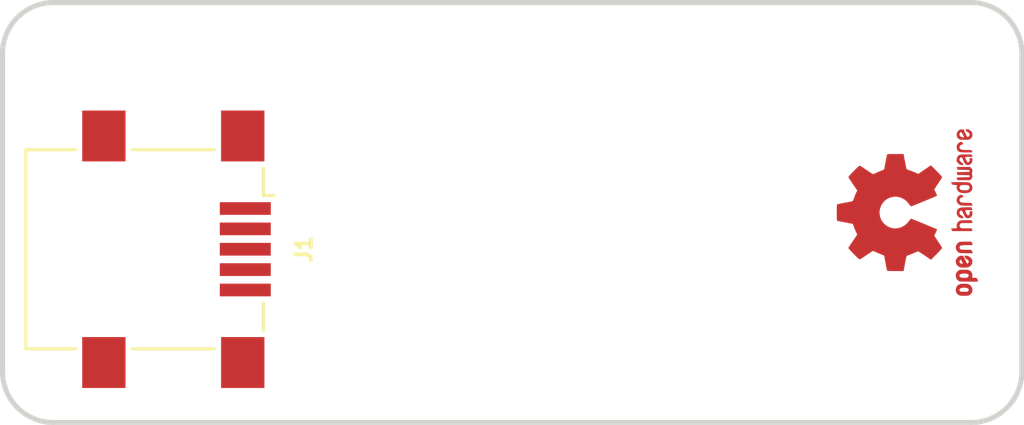
<source format=kicad_pcb>
(kicad_pcb (version 20171130) (host pcbnew 5.1.9+dfsg1-1)

  (general
    (thickness 1.6)
    (drawings 8)
    (tracks 0)
    (zones 0)
    (modules 2)
    (nets 7)
  )

  (page A4)
  (layers
    (0 F.Cu signal)
    (31 B.Cu signal)
    (32 B.Adhes user)
    (33 F.Adhes user)
    (34 B.Paste user)
    (35 F.Paste user)
    (36 B.SilkS user)
    (37 F.SilkS user)
    (38 B.Mask user)
    (39 F.Mask user)
    (40 Dwgs.User user)
    (41 Cmts.User user)
    (42 Eco1.User user)
    (43 Eco2.User user)
    (44 Edge.Cuts user)
    (45 Margin user)
    (46 B.CrtYd user)
    (47 F.CrtYd user)
    (48 B.Fab user hide)
    (49 F.Fab user hide)
  )

  (setup
    (last_trace_width 0.2)
    (user_trace_width 0.3)
    (user_trace_width 0.5)
    (user_trace_width 0.7)
    (user_trace_width 1)
    (trace_clearance 0.2)
    (zone_clearance 0.508)
    (zone_45_only no)
    (trace_min 0.2)
    (via_size 0.6)
    (via_drill 0.3)
    (via_min_size 0.4)
    (via_min_drill 0.3)
    (user_via 0.8 0.5)
    (uvia_size 0.3)
    (uvia_drill 0.1)
    (uvias_allowed no)
    (uvia_min_size 0.2)
    (uvia_min_drill 0.1)
    (edge_width 0.05)
    (segment_width 0.2)
    (pcb_text_width 0.3)
    (pcb_text_size 1.5 1.5)
    (mod_edge_width 0.12)
    (mod_text_size 1 1)
    (mod_text_width 0.15)
    (pad_size 1.524 1.524)
    (pad_drill 0.762)
    (pad_to_mask_clearance 0)
    (aux_axis_origin 0 0)
    (visible_elements FFFFFF7F)
    (pcbplotparams
      (layerselection 0x010fc_ffffffff)
      (usegerberextensions false)
      (usegerberattributes true)
      (usegerberadvancedattributes true)
      (creategerberjobfile true)
      (excludeedgelayer true)
      (linewidth 0.100000)
      (plotframeref false)
      (viasonmask false)
      (mode 1)
      (useauxorigin false)
      (hpglpennumber 1)
      (hpglpenspeed 20)
      (hpglpendiameter 15.000000)
      (psnegative false)
      (psa4output false)
      (plotreference true)
      (plotvalue true)
      (plotinvisibletext false)
      (padsonsilk false)
      (subtractmaskfromsilk false)
      (outputformat 1)
      (mirror false)
      (drillshape 1)
      (scaleselection 1)
      (outputdirectory ""))
  )

  (net 0 "")
  (net 1 GND)
  (net 2 +5V)
  (net 3 "Net-(J1-Pad4)")
  (net 4 /USB_P)
  (net 5 /USB_N)
  (net 6 "Net-(C5-Pad1)")

  (net_class Default "This is the default net class."
    (clearance 0.2)
    (trace_width 0.2)
    (via_dia 0.6)
    (via_drill 0.3)
    (uvia_dia 0.3)
    (uvia_drill 0.1)
    (add_net /USB_N)
    (add_net /USB_P)
    (add_net "Net-(C5-Pad1)")
    (add_net "Net-(J1-Pad4)")
  )

  (net_class power ""
    (clearance 0.2)
    (trace_width 0.3)
    (via_dia 0.8)
    (via_drill 0.4)
    (uvia_dia 0.3)
    (uvia_drill 0.1)
    (add_net GND)
  )

  (net_class power5v ""
    (clearance 0.2)
    (trace_width 0.5)
    (via_dia 0.8)
    (via_drill 0.5)
    (uvia_dia 0.3)
    (uvia_drill 0.1)
    (add_net +5V)
  )

  (module Symbol:OSHW-Logo2_7.3x6mm_Copper (layer F.Cu) (tedit 0) (tstamp 60BFCD1A)
    (at 33.5 -8.25 90)
    (descr "Open Source Hardware Symbol")
    (tags "Logo Symbol OSHW")
    (path /60C097C6)
    (attr virtual)
    (fp_text reference LOGO1 (at 0 0 90) (layer F.SilkS) hide
      (effects (font (size 1 1) (thickness 0.15)))
    )
    (fp_text value Logo_Open_Hardware_Small (at 0.75 0 90) (layer F.Fab) hide
      (effects (font (size 1 1) (thickness 0.15)))
    )
    (fp_poly (pts (xy 0.10391 -2.757652) (xy 0.182454 -2.757222) (xy 0.239298 -2.756058) (xy 0.278105 -2.753793)
      (xy 0.302538 -2.75006) (xy 0.316262 -2.744494) (xy 0.32294 -2.736727) (xy 0.326236 -2.726395)
      (xy 0.326556 -2.725057) (xy 0.331562 -2.700921) (xy 0.340829 -2.653299) (xy 0.353392 -2.587259)
      (xy 0.368287 -2.507872) (xy 0.384551 -2.420204) (xy 0.385119 -2.417125) (xy 0.40141 -2.331211)
      (xy 0.416652 -2.255304) (xy 0.429861 -2.193955) (xy 0.440054 -2.151718) (xy 0.446248 -2.133145)
      (xy 0.446543 -2.132816) (xy 0.464788 -2.123747) (xy 0.502405 -2.108633) (xy 0.551271 -2.090738)
      (xy 0.551543 -2.090642) (xy 0.613093 -2.067507) (xy 0.685657 -2.038035) (xy 0.754057 -2.008403)
      (xy 0.757294 -2.006938) (xy 0.868702 -1.956374) (xy 1.115399 -2.12484) (xy 1.191077 -2.176197)
      (xy 1.259631 -2.222111) (xy 1.317088 -2.25997) (xy 1.359476 -2.287163) (xy 1.382825 -2.301079)
      (xy 1.385042 -2.302111) (xy 1.40201 -2.297516) (xy 1.433701 -2.275345) (xy 1.481352 -2.234553)
      (xy 1.546198 -2.174095) (xy 1.612397 -2.109773) (xy 1.676214 -2.046388) (xy 1.733329 -1.988549)
      (xy 1.780305 -1.939825) (xy 1.813703 -1.90379) (xy 1.830085 -1.884016) (xy 1.830694 -1.882998)
      (xy 1.832505 -1.869428) (xy 1.825683 -1.847267) (xy 1.80854 -1.813522) (xy 1.779393 -1.7652)
      (xy 1.736555 -1.699308) (xy 1.679448 -1.614483) (xy 1.628766 -1.539823) (xy 1.583461 -1.47286)
      (xy 1.54615 -1.417484) (xy 1.519452 -1.37758) (xy 1.505985 -1.357038) (xy 1.505137 -1.355644)
      (xy 1.506781 -1.335962) (xy 1.519245 -1.297707) (xy 1.540048 -1.248111) (xy 1.547462 -1.232272)
      (xy 1.579814 -1.16171) (xy 1.614328 -1.081647) (xy 1.642365 -1.012371) (xy 1.662568 -0.960955)
      (xy 1.678615 -0.921881) (xy 1.687888 -0.901459) (xy 1.689041 -0.899886) (xy 1.706096 -0.897279)
      (xy 1.746298 -0.890137) (xy 1.804302 -0.879477) (xy 1.874763 -0.866315) (xy 1.952335 -0.851667)
      (xy 2.031672 -0.836551) (xy 2.107431 -0.821982) (xy 2.174264 -0.808978) (xy 2.226828 -0.798555)
      (xy 2.259776 -0.79173) (xy 2.267857 -0.789801) (xy 2.276205 -0.785038) (xy 2.282506 -0.774282)
      (xy 2.287045 -0.753902) (xy 2.290104 -0.720266) (xy 2.291967 -0.669745) (xy 2.292918 -0.598708)
      (xy 2.29324 -0.503524) (xy 2.293257 -0.464508) (xy 2.293257 -0.147201) (xy 2.217057 -0.132161)
      (xy 2.174663 -0.124005) (xy 2.1114 -0.112101) (xy 2.034962 -0.097884) (xy 1.953043 -0.08279)
      (xy 1.9304 -0.078645) (xy 1.854806 -0.063947) (xy 1.788953 -0.049495) (xy 1.738366 -0.036625)
      (xy 1.708574 -0.026678) (xy 1.703612 -0.023713) (xy 1.691426 -0.002717) (xy 1.673953 0.037967)
      (xy 1.654577 0.090322) (xy 1.650734 0.1016) (xy 1.625339 0.171523) (xy 1.593817 0.250418)
      (xy 1.562969 0.321266) (xy 1.562817 0.321595) (xy 1.511447 0.432733) (xy 1.680399 0.681253)
      (xy 1.849352 0.929772) (xy 1.632429 1.147058) (xy 1.566819 1.211726) (xy 1.506979 1.268733)
      (xy 1.456267 1.315033) (xy 1.418046 1.347584) (xy 1.395675 1.363343) (xy 1.392466 1.364343)
      (xy 1.373626 1.356469) (xy 1.33518 1.334578) (xy 1.28133 1.301267) (xy 1.216276 1.259131)
      (xy 1.14594 1.211943) (xy 1.074555 1.16381) (xy 1.010908 1.121928) (xy 0.959041 1.088871)
      (xy 0.922995 1.067218) (xy 0.906867 1.059543) (xy 0.887189 1.066037) (xy 0.849875 1.08315)
      (xy 0.802621 1.107326) (xy 0.797612 1.110013) (xy 0.733977 1.141927) (xy 0.690341 1.157579)
      (xy 0.663202 1.157745) (xy 0.649057 1.143204) (xy 0.648975 1.143) (xy 0.641905 1.125779)
      (xy 0.625042 1.084899) (xy 0.599695 1.023525) (xy 0.567171 0.944819) (xy 0.528778 0.851947)
      (xy 0.485822 0.748072) (xy 0.444222 0.647502) (xy 0.398504 0.536516) (xy 0.356526 0.433703)
      (xy 0.319548 0.342215) (xy 0.288827 0.265201) (xy 0.265622 0.205815) (xy 0.25119 0.167209)
      (xy 0.246743 0.1528) (xy 0.257896 0.136272) (xy 0.287069 0.10993) (xy 0.325971 0.080887)
      (xy 0.436757 -0.010961) (xy 0.523351 -0.116241) (xy 0.584716 -0.232734) (xy 0.619815 -0.358224)
      (xy 0.627608 -0.490493) (xy 0.621943 -0.551543) (xy 0.591078 -0.678205) (xy 0.53792 -0.790059)
      (xy 0.465767 -0.885999) (xy 0.377917 -0.964924) (xy 0.277665 -1.02573) (xy 0.16831 -1.067313)
      (xy 0.053147 -1.088572) (xy -0.064525 -1.088401) (xy -0.18141 -1.065699) (xy -0.294211 -1.019362)
      (xy -0.399631 -0.948287) (xy -0.443632 -0.908089) (xy -0.528021 -0.804871) (xy -0.586778 -0.692075)
      (xy -0.620296 -0.57299) (xy -0.628965 -0.450905) (xy -0.613177 -0.329107) (xy -0.573322 -0.210884)
      (xy -0.509793 -0.099525) (xy -0.422979 0.001684) (xy -0.325971 0.080887) (xy -0.285563 0.111162)
      (xy -0.257018 0.137219) (xy -0.246743 0.152825) (xy -0.252123 0.169843) (xy -0.267425 0.2105)
      (xy -0.291388 0.271642) (xy -0.322756 0.350119) (xy -0.360268 0.44278) (xy -0.402667 0.546472)
      (xy -0.444337 0.647526) (xy -0.49031 0.758607) (xy -0.532893 0.861541) (xy -0.570779 0.953165)
      (xy -0.60266 1.030316) (xy -0.627229 1.089831) (xy -0.64318 1.128544) (xy -0.64909 1.143)
      (xy -0.663052 1.157685) (xy -0.69006 1.157642) (xy -0.733587 1.142099) (xy -0.79711 1.110284)
      (xy -0.797612 1.110013) (xy -0.84544 1.085323) (xy -0.884103 1.067338) (xy -0.905905 1.059614)
      (xy -0.906867 1.059543) (xy -0.923279 1.067378) (xy -0.959513 1.089165) (xy -1.011526 1.122328)
      (xy -1.075275 1.164291) (xy -1.14594 1.211943) (xy -1.217884 1.260191) (xy -1.282726 1.302151)
      (xy -1.336265 1.335227) (xy -1.374303 1.356821) (xy -1.392467 1.364343) (xy -1.409192 1.354457)
      (xy -1.44282 1.326826) (xy -1.48999 1.284495) (xy -1.547342 1.230505) (xy -1.611516 1.167899)
      (xy -1.632503 1.146983) (xy -1.849501 0.929623) (xy -1.684332 0.68722) (xy -1.634136 0.612781)
      (xy -1.590081 0.545972) (xy -1.554638 0.490665) (xy -1.530281 0.450729) (xy -1.519478 0.430036)
      (xy -1.519162 0.428563) (xy -1.524857 0.409058) (xy -1.540174 0.369822) (xy -1.562463 0.31743)
      (xy -1.578107 0.282355) (xy -1.607359 0.215201) (xy -1.634906 0.147358) (xy -1.656263 0.090034)
      (xy -1.662065 0.072572) (xy -1.678548 0.025938) (xy -1.69466 -0.010095) (xy -1.70351 -0.023713)
      (xy -1.72304 -0.032048) (xy -1.765666 -0.043863) (xy -1.825855 -0.057819) (xy -1.898078 -0.072578)
      (xy -1.9304 -0.078645) (xy -2.012478 -0.093727) (xy -2.091205 -0.108331) (xy -2.158891 -0.12102)
      (xy -2.20784 -0.130358) (xy -2.217057 -0.132161) (xy -2.293257 -0.147201) (xy -2.293257 -0.464508)
      (xy -2.293086 -0.568846) (xy -2.292384 -0.647787) (xy -2.290866 -0.704962) (xy -2.288251 -0.744001)
      (xy -2.284254 -0.768535) (xy -2.278591 -0.782195) (xy -2.27098 -0.788611) (xy -2.267857 -0.789801)
      (xy -2.249022 -0.79402) (xy -2.207412 -0.802438) (xy -2.14837 -0.814039) (xy -2.077243 -0.827805)
      (xy -1.999375 -0.84272) (xy -1.920113 -0.857768) (xy -1.844802 -0.871931) (xy -1.778787 -0.884194)
      (xy -1.727413 -0.893539) (xy -1.696025 -0.89895) (xy -1.689041 -0.899886) (xy -1.682715 -0.912404)
      (xy -1.66871 -0.945754) (xy -1.649645 -0.993623) (xy -1.642366 -1.012371) (xy -1.613004 -1.084805)
      (xy -1.578429 -1.16483) (xy -1.547463 -1.232272) (xy -1.524677 -1.283841) (xy -1.509518 -1.326215)
      (xy -1.504458 -1.352166) (xy -1.505264 -1.355644) (xy -1.515959 -1.372064) (xy -1.54038 -1.408583)
      (xy -1.575905 -1.461313) (xy -1.619913 -1.526365) (xy -1.669783 -1.599849) (xy -1.679644 -1.614355)
      (xy -1.737508 -1.700296) (xy -1.780044 -1.765739) (xy -1.808946 -1.813696) (xy -1.82591 -1.84718)
      (xy -1.832633 -1.869205) (xy -1.83081 -1.882783) (xy -1.830764 -1.882869) (xy -1.816414 -1.900703)
      (xy -1.784677 -1.935183) (xy -1.73899 -1.982732) (xy -1.682796 -2.039778) (xy -1.619532 -2.102745)
      (xy -1.612398 -2.109773) (xy -1.53267 -2.18698) (xy -1.471143 -2.24367) (xy -1.426579 -2.28089)
      (xy -1.397743 -2.299685) (xy -1.385042 -2.302111) (xy -1.366506 -2.291529) (xy -1.328039 -2.267084)
      (xy -1.273614 -2.231388) (xy -1.207202 -2.187053) (xy -1.132775 -2.136689) (xy -1.115399 -2.12484)
      (xy -0.868703 -1.956374) (xy -0.757294 -2.006938) (xy -0.689543 -2.036405) (xy -0.616817 -2.066041)
      (xy -0.554297 -2.08967) (xy -0.551543 -2.090642) (xy -0.50264 -2.108543) (xy -0.464943 -2.12368)
      (xy -0.446575 -2.13279) (xy -0.446544 -2.132816) (xy -0.440715 -2.149283) (xy -0.430808 -2.189781)
      (xy -0.417805 -2.249758) (xy -0.402691 -2.32466) (xy -0.386448 -2.409936) (xy -0.385119 -2.417125)
      (xy -0.368825 -2.504986) (xy -0.353867 -2.58474) (xy -0.341209 -2.651319) (xy -0.331814 -2.699653)
      (xy -0.326646 -2.724675) (xy -0.326556 -2.725057) (xy -0.323411 -2.735701) (xy -0.317296 -2.743738)
      (xy -0.304547 -2.749533) (xy -0.2815 -2.753453) (xy -0.244491 -2.755865) (xy -0.189856 -2.757135)
      (xy -0.113933 -2.757629) (xy -0.013056 -2.757714) (xy 0 -2.757714) (xy 0.10391 -2.757652)) (layer F.Cu) (width 0.01))
    (fp_poly (pts (xy 3.153595 1.966966) (xy 3.211021 2.004497) (xy 3.238719 2.038096) (xy 3.260662 2.099064)
      (xy 3.262405 2.147308) (xy 3.258457 2.211816) (xy 3.109686 2.276934) (xy 3.037349 2.310202)
      (xy 2.990084 2.336964) (xy 2.965507 2.360144) (xy 2.961237 2.382667) (xy 2.974889 2.407455)
      (xy 2.989943 2.423886) (xy 3.033746 2.450235) (xy 3.081389 2.452081) (xy 3.125145 2.431546)
      (xy 3.157289 2.390752) (xy 3.163038 2.376347) (xy 3.190576 2.331356) (xy 3.222258 2.312182)
      (xy 3.265714 2.295779) (xy 3.265714 2.357966) (xy 3.261872 2.400283) (xy 3.246823 2.435969)
      (xy 3.21528 2.476943) (xy 3.210592 2.482267) (xy 3.175506 2.51872) (xy 3.145347 2.538283)
      (xy 3.107615 2.547283) (xy 3.076335 2.55023) (xy 3.020385 2.550965) (xy 2.980555 2.54166)
      (xy 2.955708 2.527846) (xy 2.916656 2.497467) (xy 2.889625 2.464613) (xy 2.872517 2.423294)
      (xy 2.863238 2.367521) (xy 2.859693 2.291305) (xy 2.85941 2.252622) (xy 2.860372 2.206247)
      (xy 2.948007 2.206247) (xy 2.949023 2.231126) (xy 2.951556 2.2352) (xy 2.968274 2.229665)
      (xy 3.004249 2.215017) (xy 3.052331 2.19419) (xy 3.062386 2.189714) (xy 3.123152 2.158814)
      (xy 3.156632 2.131657) (xy 3.16399 2.10622) (xy 3.146391 2.080481) (xy 3.131856 2.069109)
      (xy 3.07941 2.046364) (xy 3.030322 2.050122) (xy 2.989227 2.077884) (xy 2.960758 2.127152)
      (xy 2.951631 2.166257) (xy 2.948007 2.206247) (xy 2.860372 2.206247) (xy 2.861285 2.162249)
      (xy 2.868196 2.095384) (xy 2.881884 2.046695) (xy 2.904096 2.010849) (xy 2.936574 1.982513)
      (xy 2.950733 1.973355) (xy 3.015053 1.949507) (xy 3.085473 1.948006) (xy 3.153595 1.966966)) (layer F.Cu) (width 0.01))
    (fp_poly (pts (xy 2.6526 1.958752) (xy 2.669948 1.966334) (xy 2.711356 1.999128) (xy 2.746765 2.046547)
      (xy 2.768664 2.097151) (xy 2.772229 2.122098) (xy 2.760279 2.156927) (xy 2.734067 2.175357)
      (xy 2.705964 2.186516) (xy 2.693095 2.188572) (xy 2.686829 2.173649) (xy 2.674456 2.141175)
      (xy 2.669028 2.126502) (xy 2.63859 2.075744) (xy 2.59452 2.050427) (xy 2.53801 2.051206)
      (xy 2.533825 2.052203) (xy 2.503655 2.066507) (xy 2.481476 2.094393) (xy 2.466327 2.139287)
      (xy 2.45725 2.204615) (xy 2.453286 2.293804) (xy 2.452914 2.341261) (xy 2.45273 2.416071)
      (xy 2.451522 2.467069) (xy 2.448309 2.499471) (xy 2.442109 2.518495) (xy 2.43194 2.529356)
      (xy 2.416819 2.537272) (xy 2.415946 2.53767) (xy 2.386828 2.549981) (xy 2.372403 2.554514)
      (xy 2.370186 2.540809) (xy 2.368289 2.502925) (xy 2.366847 2.445715) (xy 2.365998 2.374027)
      (xy 2.365829 2.321565) (xy 2.366692 2.220047) (xy 2.37007 2.143032) (xy 2.377142 2.086023)
      (xy 2.389088 2.044526) (xy 2.40709 2.014043) (xy 2.432327 1.99008) (xy 2.457247 1.973355)
      (xy 2.517171 1.951097) (xy 2.586911 1.946076) (xy 2.6526 1.958752)) (layer F.Cu) (width 0.01))
    (fp_poly (pts (xy 2.144876 1.956335) (xy 2.186667 1.975344) (xy 2.219469 1.998378) (xy 2.243503 2.024133)
      (xy 2.260097 2.057358) (xy 2.270577 2.1028) (xy 2.276271 2.165207) (xy 2.278507 2.249327)
      (xy 2.278743 2.304721) (xy 2.278743 2.520826) (xy 2.241774 2.53767) (xy 2.212656 2.549981)
      (xy 2.198231 2.554514) (xy 2.195472 2.541025) (xy 2.193282 2.504653) (xy 2.191942 2.451542)
      (xy 2.191657 2.409372) (xy 2.190434 2.348447) (xy 2.187136 2.300115) (xy 2.182321 2.270518)
      (xy 2.178496 2.264229) (xy 2.152783 2.270652) (xy 2.112418 2.287125) (xy 2.065679 2.309458)
      (xy 2.020845 2.333457) (xy 1.986193 2.35493) (xy 1.970002 2.369685) (xy 1.969938 2.369845)
      (xy 1.97133 2.397152) (xy 1.983818 2.423219) (xy 2.005743 2.444392) (xy 2.037743 2.451474)
      (xy 2.065092 2.450649) (xy 2.103826 2.450042) (xy 2.124158 2.459116) (xy 2.136369 2.483092)
      (xy 2.137909 2.487613) (xy 2.143203 2.521806) (xy 2.129047 2.542568) (xy 2.092148 2.552462)
      (xy 2.052289 2.554292) (xy 1.980562 2.540727) (xy 1.943432 2.521355) (xy 1.897576 2.475845)
      (xy 1.873256 2.419983) (xy 1.871073 2.360957) (xy 1.891629 2.305953) (xy 1.922549 2.271486)
      (xy 1.95342 2.252189) (xy 2.001942 2.227759) (xy 2.058485 2.202985) (xy 2.06791 2.199199)
      (xy 2.130019 2.171791) (xy 2.165822 2.147634) (xy 2.177337 2.123619) (xy 2.16658 2.096635)
      (xy 2.148114 2.075543) (xy 2.104469 2.049572) (xy 2.056446 2.047624) (xy 2.012406 2.067637)
      (xy 1.980709 2.107551) (xy 1.976549 2.117848) (xy 1.952327 2.155724) (xy 1.916965 2.183842)
      (xy 1.872343 2.206917) (xy 1.872343 2.141485) (xy 1.874969 2.101506) (xy 1.88623 2.069997)
      (xy 1.911199 2.036378) (xy 1.935169 2.010484) (xy 1.972441 1.973817) (xy 2.001401 1.954121)
      (xy 2.032505 1.94622) (xy 2.067713 1.944914) (xy 2.144876 1.956335)) (layer F.Cu) (width 0.01))
    (fp_poly (pts (xy 1.779833 1.958663) (xy 1.782048 1.99685) (xy 1.783784 2.054886) (xy 1.784899 2.12818)
      (xy 1.785257 2.205055) (xy 1.785257 2.465196) (xy 1.739326 2.511127) (xy 1.707675 2.539429)
      (xy 1.67989 2.550893) (xy 1.641915 2.550168) (xy 1.62684 2.548321) (xy 1.579726 2.542948)
      (xy 1.540756 2.539869) (xy 1.531257 2.539585) (xy 1.499233 2.541445) (xy 1.453432 2.546114)
      (xy 1.435674 2.548321) (xy 1.392057 2.551735) (xy 1.362745 2.54432) (xy 1.33368 2.521427)
      (xy 1.323188 2.511127) (xy 1.277257 2.465196) (xy 1.277257 1.978602) (xy 1.314226 1.961758)
      (xy 1.346059 1.949282) (xy 1.364683 1.944914) (xy 1.369458 1.958718) (xy 1.373921 1.997286)
      (xy 1.377775 2.056356) (xy 1.380722 2.131663) (xy 1.382143 2.195286) (xy 1.386114 2.445657)
      (xy 1.420759 2.450556) (xy 1.452268 2.447131) (xy 1.467708 2.436041) (xy 1.472023 2.415308)
      (xy 1.475708 2.371145) (xy 1.478469 2.309146) (xy 1.480012 2.234909) (xy 1.480235 2.196706)
      (xy 1.480457 1.976783) (xy 1.526166 1.960849) (xy 1.558518 1.950015) (xy 1.576115 1.944962)
      (xy 1.576623 1.944914) (xy 1.578388 1.958648) (xy 1.580329 1.99673) (xy 1.582282 2.054482)
      (xy 1.584084 2.127227) (xy 1.585343 2.195286) (xy 1.589314 2.445657) (xy 1.6764 2.445657)
      (xy 1.680396 2.21724) (xy 1.684392 1.988822) (xy 1.726847 1.966868) (xy 1.758192 1.951793)
      (xy 1.776744 1.944951) (xy 1.777279 1.944914) (xy 1.779833 1.958663)) (layer F.Cu) (width 0.01))
    (fp_poly (pts (xy 1.190117 2.065358) (xy 1.189933 2.173837) (xy 1.189219 2.257287) (xy 1.187675 2.319704)
      (xy 1.185001 2.365085) (xy 1.180894 2.397429) (xy 1.175055 2.420733) (xy 1.167182 2.438995)
      (xy 1.161221 2.449418) (xy 1.111855 2.505945) (xy 1.049264 2.541377) (xy 0.980013 2.55409)
      (xy 0.910668 2.542463) (xy 0.869375 2.521568) (xy 0.826025 2.485422) (xy 0.796481 2.441276)
      (xy 0.778655 2.383462) (xy 0.770463 2.306313) (xy 0.769302 2.249714) (xy 0.769458 2.245647)
      (xy 0.870857 2.245647) (xy 0.871476 2.31055) (xy 0.874314 2.353514) (xy 0.88084 2.381622)
      (xy 0.892523 2.401953) (xy 0.906483 2.417288) (xy 0.953365 2.44689) (xy 1.003701 2.449419)
      (xy 1.051276 2.424705) (xy 1.054979 2.421356) (xy 1.070783 2.403935) (xy 1.080693 2.383209)
      (xy 1.086058 2.352362) (xy 1.088228 2.304577) (xy 1.088571 2.251748) (xy 1.087827 2.185381)
      (xy 1.084748 2.141106) (xy 1.078061 2.112009) (xy 1.066496 2.091173) (xy 1.057013 2.080107)
      (xy 1.01296 2.052198) (xy 0.962224 2.048843) (xy 0.913796 2.070159) (xy 0.90445 2.078073)
      (xy 0.88854 2.095647) (xy 0.87861 2.116587) (xy 0.873278 2.147782) (xy 0.871163 2.196122)
      (xy 0.870857 2.245647) (xy 0.769458 2.245647) (xy 0.77281 2.158568) (xy 0.784726 2.090086)
      (xy 0.807135 2.0386) (xy 0.842124 1.998443) (xy 0.869375 1.977861) (xy 0.918907 1.955625)
      (xy 0.976316 1.945304) (xy 1.029682 1.948067) (xy 1.059543 1.959212) (xy 1.071261 1.962383)
      (xy 1.079037 1.950557) (xy 1.084465 1.918866) (xy 1.088571 1.870593) (xy 1.093067 1.816829)
      (xy 1.099313 1.784482) (xy 1.110676 1.765985) (xy 1.130528 1.75377) (xy 1.143 1.748362)
      (xy 1.190171 1.728601) (xy 1.190117 2.065358)) (layer F.Cu) (width 0.01))
    (fp_poly (pts (xy 0.529926 1.949755) (xy 0.595858 1.974084) (xy 0.649273 2.017117) (xy 0.670164 2.047409)
      (xy 0.692939 2.102994) (xy 0.692466 2.143186) (xy 0.668562 2.170217) (xy 0.659717 2.174813)
      (xy 0.62153 2.189144) (xy 0.602028 2.185472) (xy 0.595422 2.161407) (xy 0.595086 2.148114)
      (xy 0.582992 2.09921) (xy 0.551471 2.064999) (xy 0.507659 2.048476) (xy 0.458695 2.052634)
      (xy 0.418894 2.074227) (xy 0.40545 2.086544) (xy 0.395921 2.101487) (xy 0.389485 2.124075)
      (xy 0.385317 2.159328) (xy 0.382597 2.212266) (xy 0.380502 2.287907) (xy 0.37996 2.311857)
      (xy 0.377981 2.39379) (xy 0.375731 2.451455) (xy 0.372357 2.489608) (xy 0.367006 2.513004)
      (xy 0.358824 2.526398) (xy 0.346959 2.534545) (xy 0.339362 2.538144) (xy 0.307102 2.550452)
      (xy 0.288111 2.554514) (xy 0.281836 2.540948) (xy 0.278006 2.499934) (xy 0.2766 2.430999)
      (xy 0.277598 2.333669) (xy 0.277908 2.318657) (xy 0.280101 2.229859) (xy 0.282693 2.165019)
      (xy 0.286382 2.119067) (xy 0.291864 2.086935) (xy 0.299835 2.063553) (xy 0.310993 2.043852)
      (xy 0.31683 2.03541) (xy 0.350296 1.998057) (xy 0.387727 1.969003) (xy 0.392309 1.966467)
      (xy 0.459426 1.946443) (xy 0.529926 1.949755)) (layer F.Cu) (width 0.01))
    (fp_poly (pts (xy 0.039744 1.950968) (xy 0.096616 1.972087) (xy 0.097267 1.972493) (xy 0.13244 1.99838)
      (xy 0.158407 2.028633) (xy 0.17667 2.068058) (xy 0.188732 2.121462) (xy 0.196096 2.193651)
      (xy 0.200264 2.289432) (xy 0.200629 2.303078) (xy 0.205876 2.508842) (xy 0.161716 2.531678)
      (xy 0.129763 2.54711) (xy 0.11047 2.554423) (xy 0.109578 2.554514) (xy 0.106239 2.541022)
      (xy 0.103587 2.504626) (xy 0.101956 2.451452) (xy 0.1016 2.408393) (xy 0.101592 2.338641)
      (xy 0.098403 2.294837) (xy 0.087288 2.273944) (xy 0.063501 2.272925) (xy 0.022296 2.288741)
      (xy -0.039914 2.317815) (xy -0.085659 2.341963) (xy -0.109187 2.362913) (xy -0.116104 2.385747)
      (xy -0.116114 2.386877) (xy -0.104701 2.426212) (xy -0.070908 2.447462) (xy -0.019191 2.450539)
      (xy 0.018061 2.450006) (xy 0.037703 2.460735) (xy 0.049952 2.486505) (xy 0.057002 2.519337)
      (xy 0.046842 2.537966) (xy 0.043017 2.540632) (xy 0.007001 2.55134) (xy -0.043434 2.552856)
      (xy -0.095374 2.545759) (xy -0.132178 2.532788) (xy -0.183062 2.489585) (xy -0.211986 2.429446)
      (xy -0.217714 2.382462) (xy -0.213343 2.340082) (xy -0.197525 2.305488) (xy -0.166203 2.274763)
      (xy -0.115322 2.24399) (xy -0.040824 2.209252) (xy -0.036286 2.207288) (xy 0.030821 2.176287)
      (xy 0.072232 2.150862) (xy 0.089981 2.128014) (xy 0.086107 2.104745) (xy 0.062643 2.078056)
      (xy 0.055627 2.071914) (xy 0.00863 2.0481) (xy -0.040067 2.049103) (xy -0.082478 2.072451)
      (xy -0.110616 2.115675) (xy -0.113231 2.12416) (xy -0.138692 2.165308) (xy -0.170999 2.185128)
      (xy -0.217714 2.20477) (xy -0.217714 2.15395) (xy -0.203504 2.080082) (xy -0.161325 2.012327)
      (xy -0.139376 1.989661) (xy -0.089483 1.960569) (xy -0.026033 1.9474) (xy 0.039744 1.950968)) (layer F.Cu) (width 0.01))
    (fp_poly (pts (xy -0.624114 1.851289) (xy -0.619861 1.910613) (xy -0.614975 1.945572) (xy -0.608205 1.96082)
      (xy -0.598298 1.961015) (xy -0.595086 1.959195) (xy -0.552356 1.946015) (xy -0.496773 1.946785)
      (xy -0.440263 1.960333) (xy -0.404918 1.977861) (xy -0.368679 2.005861) (xy -0.342187 2.037549)
      (xy -0.324001 2.077813) (xy -0.312678 2.131543) (xy -0.306778 2.203626) (xy -0.304857 2.298951)
      (xy -0.304823 2.317237) (xy -0.3048 2.522646) (xy -0.350509 2.53858) (xy -0.382973 2.54942)
      (xy -0.400785 2.554468) (xy -0.401309 2.554514) (xy -0.403063 2.540828) (xy -0.404556 2.503076)
      (xy -0.405674 2.446224) (xy -0.406303 2.375234) (xy -0.4064 2.332073) (xy -0.406602 2.246973)
      (xy -0.407642 2.185981) (xy -0.410169 2.144177) (xy -0.414836 2.116642) (xy -0.422293 2.098456)
      (xy -0.433189 2.084698) (xy -0.439993 2.078073) (xy -0.486728 2.051375) (xy -0.537728 2.049375)
      (xy -0.583999 2.071955) (xy -0.592556 2.080107) (xy -0.605107 2.095436) (xy -0.613812 2.113618)
      (xy -0.619369 2.139909) (xy -0.622474 2.179562) (xy -0.623824 2.237832) (xy -0.624114 2.318173)
      (xy -0.624114 2.522646) (xy -0.669823 2.53858) (xy -0.702287 2.54942) (xy -0.720099 2.554468)
      (xy -0.720623 2.554514) (xy -0.721963 2.540623) (xy -0.723172 2.501439) (xy -0.724199 2.4407)
      (xy -0.724998 2.362141) (xy -0.725519 2.269498) (xy -0.725714 2.166509) (xy -0.725714 1.769342)
      (xy -0.678543 1.749444) (xy -0.631371 1.729547) (xy -0.624114 1.851289)) (layer F.Cu) (width 0.01))
    (fp_poly (pts (xy -1.831697 1.931239) (xy -1.774473 1.969735) (xy -1.730251 2.025335) (xy -1.703833 2.096086)
      (xy -1.69849 2.148162) (xy -1.699097 2.169893) (xy -1.704178 2.186531) (xy -1.718145 2.201437)
      (xy -1.745411 2.217973) (xy -1.790388 2.239498) (xy -1.857489 2.269374) (xy -1.857829 2.269524)
      (xy -1.919593 2.297813) (xy -1.970241 2.322933) (xy -2.004596 2.342179) (xy -2.017482 2.352848)
      (xy -2.017486 2.352934) (xy -2.006128 2.376166) (xy -1.979569 2.401774) (xy -1.949077 2.420221)
      (xy -1.93363 2.423886) (xy -1.891485 2.411212) (xy -1.855192 2.379471) (xy -1.837483 2.344572)
      (xy -1.820448 2.318845) (xy -1.787078 2.289546) (xy -1.747851 2.264235) (xy -1.713244 2.250471)
      (xy -1.706007 2.249714) (xy -1.697861 2.26216) (xy -1.69737 2.293972) (xy -1.703357 2.336866)
      (xy -1.714643 2.382558) (xy -1.73005 2.422761) (xy -1.730829 2.424322) (xy -1.777196 2.489062)
      (xy -1.837289 2.533097) (xy -1.905535 2.554711) (xy -1.976362 2.552185) (xy -2.044196 2.523804)
      (xy -2.047212 2.521808) (xy -2.100573 2.473448) (xy -2.13566 2.410352) (xy -2.155078 2.327387)
      (xy -2.157684 2.304078) (xy -2.162299 2.194055) (xy -2.156767 2.142748) (xy -2.017486 2.142748)
      (xy -2.015676 2.174753) (xy -2.005778 2.184093) (xy -1.981102 2.177105) (xy -1.942205 2.160587)
      (xy -1.898725 2.139881) (xy -1.897644 2.139333) (xy -1.860791 2.119949) (xy -1.846 2.107013)
      (xy -1.849647 2.093451) (xy -1.865005 2.075632) (xy -1.904077 2.049845) (xy -1.946154 2.04795)
      (xy -1.983897 2.066717) (xy -2.009966 2.102915) (xy -2.017486 2.142748) (xy -2.156767 2.142748)
      (xy -2.152806 2.106027) (xy -2.12845 2.036212) (xy -2.094544 1.987302) (xy -2.033347 1.937878)
      (xy -1.965937 1.913359) (xy -1.89712 1.911797) (xy -1.831697 1.931239)) (layer F.Cu) (width 0.01))
    (fp_poly (pts (xy -2.958885 1.921962) (xy -2.890855 1.957733) (xy -2.840649 2.015301) (xy -2.822815 2.052312)
      (xy -2.808937 2.107882) (xy -2.801833 2.178096) (xy -2.80116 2.254727) (xy -2.806573 2.329552)
      (xy -2.81773 2.394342) (xy -2.834286 2.440873) (xy -2.839374 2.448887) (xy -2.899645 2.508707)
      (xy -2.971231 2.544535) (xy -3.048908 2.55502) (xy -3.127452 2.53881) (xy -3.149311 2.529092)
      (xy -3.191878 2.499143) (xy -3.229237 2.459433) (xy -3.232768 2.454397) (xy -3.247119 2.430124)
      (xy -3.256606 2.404178) (xy -3.26221 2.370022) (xy -3.264914 2.321119) (xy -3.265701 2.250935)
      (xy -3.265714 2.2352) (xy -3.265678 2.230192) (xy -3.120571 2.230192) (xy -3.119727 2.29643)
      (xy -3.116404 2.340386) (xy -3.109417 2.368779) (xy -3.097584 2.388325) (xy -3.091543 2.394857)
      (xy -3.056814 2.41968) (xy -3.023097 2.418548) (xy -2.989005 2.397016) (xy -2.968671 2.374029)
      (xy -2.956629 2.340478) (xy -2.949866 2.287569) (xy -2.949402 2.281399) (xy -2.948248 2.185513)
      (xy -2.960312 2.114299) (xy -2.98543 2.068194) (xy -3.02344 2.047635) (xy -3.037008 2.046514)
      (xy -3.072636 2.052152) (xy -3.097006 2.071686) (xy -3.111907 2.109042) (xy -3.119125 2.16815)
      (xy -3.120571 2.230192) (xy -3.265678 2.230192) (xy -3.265174 2.160413) (xy -3.262904 2.108159)
      (xy -3.257932 2.071949) (xy -3.249287 2.045299) (xy -3.235995 2.021722) (xy -3.233057 2.017338)
      (xy -3.183687 1.958249) (xy -3.129891 1.923947) (xy -3.064398 1.910331) (xy -3.042158 1.909665)
      (xy -2.958885 1.921962)) (layer F.Cu) (width 0.01))
    (fp_poly (pts (xy -1.283907 1.92778) (xy -1.237328 1.954723) (xy -1.204943 1.981466) (xy -1.181258 2.009484)
      (xy -1.164941 2.043748) (xy -1.154661 2.089227) (xy -1.149086 2.150892) (xy -1.146884 2.233711)
      (xy -1.146629 2.293246) (xy -1.146629 2.512391) (xy -1.208314 2.540044) (xy -1.27 2.567697)
      (xy -1.277257 2.32767) (xy -1.280256 2.238028) (xy -1.283402 2.172962) (xy -1.287299 2.128026)
      (xy -1.292553 2.09877) (xy -1.299769 2.080748) (xy -1.30955 2.069511) (xy -1.312688 2.067079)
      (xy -1.360239 2.048083) (xy -1.408303 2.0556) (xy -1.436914 2.075543) (xy -1.448553 2.089675)
      (xy -1.456609 2.10822) (xy -1.461729 2.136334) (xy -1.464559 2.179173) (xy -1.465744 2.241895)
      (xy -1.465943 2.307261) (xy -1.465982 2.389268) (xy -1.467386 2.447316) (xy -1.472086 2.486465)
      (xy -1.482013 2.51178) (xy -1.499097 2.528323) (xy -1.525268 2.541156) (xy -1.560225 2.554491)
      (xy -1.598404 2.569007) (xy -1.593859 2.311389) (xy -1.592029 2.218519) (xy -1.589888 2.149889)
      (xy -1.586819 2.100711) (xy -1.582206 2.066198) (xy -1.575432 2.041562) (xy -1.565881 2.022016)
      (xy -1.554366 2.00477) (xy -1.49881 1.94968) (xy -1.43102 1.917822) (xy -1.357287 1.910191)
      (xy -1.283907 1.92778)) (layer F.Cu) (width 0.01))
    (fp_poly (pts (xy -2.400256 1.919918) (xy -2.344799 1.947568) (xy -2.295852 1.99848) (xy -2.282371 2.017338)
      (xy -2.267686 2.042015) (xy -2.258158 2.068816) (xy -2.252707 2.104587) (xy -2.250253 2.156169)
      (xy -2.249714 2.224267) (xy -2.252148 2.317588) (xy -2.260606 2.387657) (xy -2.276826 2.439931)
      (xy -2.302546 2.479869) (xy -2.339503 2.512929) (xy -2.342218 2.514886) (xy -2.37864 2.534908)
      (xy -2.422498 2.544815) (xy -2.478276 2.547257) (xy -2.568952 2.547257) (xy -2.56899 2.635283)
      (xy -2.569834 2.684308) (xy -2.574976 2.713065) (xy -2.588413 2.730311) (xy -2.614142 2.744808)
      (xy -2.620321 2.747769) (xy -2.649236 2.761648) (xy -2.671624 2.770414) (xy -2.688271 2.771171)
      (xy -2.699964 2.761023) (xy -2.70749 2.737073) (xy -2.711634 2.696426) (xy -2.713185 2.636186)
      (xy -2.712929 2.553455) (xy -2.711651 2.445339) (xy -2.711252 2.413) (xy -2.709815 2.301524)
      (xy -2.708528 2.228603) (xy -2.569029 2.228603) (xy -2.568245 2.290499) (xy -2.56476 2.330997)
      (xy -2.556876 2.357708) (xy -2.542895 2.378244) (xy -2.533403 2.38826) (xy -2.494596 2.417567)
      (xy -2.460237 2.419952) (xy -2.424784 2.39575) (xy -2.423886 2.394857) (xy -2.409461 2.376153)
      (xy -2.400687 2.350732) (xy -2.396261 2.311584) (xy -2.394882 2.251697) (xy -2.394857 2.23843)
      (xy -2.398188 2.155901) (xy -2.409031 2.098691) (xy -2.42866 2.063766) (xy -2.45835 2.048094)
      (xy -2.475509 2.046514) (xy -2.516234 2.053926) (xy -2.544168 2.07833) (xy -2.560983 2.12298)
      (xy -2.56835 2.19113) (xy -2.569029 2.228603) (xy -2.708528 2.228603) (xy -2.708292 2.215245)
      (xy -2.706323 2.150333) (xy -2.70355 2.102958) (xy -2.699612 2.06929) (xy -2.694151 2.045498)
      (xy -2.686808 2.027753) (xy -2.677223 2.012224) (xy -2.673113 2.006381) (xy -2.618595 1.951185)
      (xy -2.549664 1.91989) (xy -2.469928 1.911165) (xy -2.400256 1.919918)) (layer F.Cu) (width 0.01))
  )

  (module Red_Pro:USB_Mini-B_Lumberg_2486_01_Horizontal (layer F.Cu) (tedit 60BE3956) (tstamp 60BF92BA)
    (at 4.826 -6.80748 270)
    (descr "USB Mini-B 5-pin SMD connector, http://downloads.lumberg.com/datenblaetter/en/2486_01.pdf")
    (tags "USB USB_B USB_Mini connector")
    (path /60BDF503)
    (attr smd)
    (fp_text reference J1 (at 0 -5 90) (layer F.SilkS)
      (effects (font (size 0.6 0.6) (thickness 0.15)))
    )
    (fp_text value USB_B_Mini (at 0 7.5 90) (layer F.Fab)
      (effects (font (size 1 1) (thickness 0.15)))
    )
    (fp_line (start 2.35 -4.2) (end -2.35 -4.2) (layer F.CrtYd) (width 0.05))
    (fp_line (start 2.35 -3.95) (end 2.35 -4.2) (layer F.CrtYd) (width 0.05))
    (fp_line (start 4.35 1.5) (end 5.95 1.5) (layer F.CrtYd) (width 0.05))
    (fp_line (start 4.35 4.2) (end 5.95 4.2) (layer F.CrtYd) (width 0.05))
    (fp_line (start 4.35 6.35) (end 4.35 4.2) (layer F.CrtYd) (width 0.05))
    (fp_line (start 3.91 5.91) (end -3.91 5.91) (layer F.SilkS) (width 0.12))
    (fp_line (start -1.6 -2.85) (end -1.25 -3.35) (layer F.Fab) (width 0.1))
    (fp_line (start -2.11 -3.41) (end -2.11 -3.84) (layer F.SilkS) (width 0.12))
    (fp_line (start 3.91 5.91) (end 3.91 3.96) (layer F.SilkS) (width 0.12))
    (fp_line (start 3.91 1.74) (end 3.91 -1.49) (layer F.SilkS) (width 0.12))
    (fp_line (start 2.11 -3.41) (end 3.19 -3.41) (layer F.SilkS) (width 0.12))
    (fp_line (start -3.19 -3.41) (end -2.11 -3.41) (layer F.SilkS) (width 0.12))
    (fp_line (start -3.91 1.74) (end -3.91 -1.49) (layer F.SilkS) (width 0.12))
    (fp_line (start -3.91 5.91) (end -3.91 3.96) (layer F.SilkS) (width 0.12))
    (fp_line (start 3.85 5.85) (end 3.85 -3.35) (layer F.Fab) (width 0.1))
    (fp_line (start -3.85 5.85) (end 3.85 5.85) (layer F.Fab) (width 0.1))
    (fp_line (start -3.85 -3.35) (end -3.85 5.85) (layer F.Fab) (width 0.1))
    (fp_line (start -3.85 -3.35) (end 3.85 -3.35) (layer F.Fab) (width 0.1))
    (fp_line (start -4.35 6.35) (end 4.35 6.35) (layer F.CrtYd) (width 0.05))
    (fp_line (start 5.95 -3.95) (end 2.35 -3.95) (layer F.CrtYd) (width 0.05))
    (fp_line (start 5.95 1.5) (end 5.95 4.2) (layer F.CrtYd) (width 0.05))
    (fp_line (start -1.95 -3.35) (end -1.6 -2.85) (layer F.Fab) (width 0.1))
    (fp_line (start 4.35 -1.25) (end 4.35 1.5) (layer F.CrtYd) (width 0.05))
    (fp_line (start 4.35 -1.25) (end 5.95 -1.25) (layer F.CrtYd) (width 0.05))
    (fp_line (start 5.95 -3.95) (end 5.95 -1.25) (layer F.CrtYd) (width 0.05))
    (fp_line (start -2.35 -3.95) (end -2.35 -4.2) (layer F.CrtYd) (width 0.05))
    (fp_line (start -5.95 -3.95) (end -2.35 -3.95) (layer F.CrtYd) (width 0.05))
    (fp_line (start -5.95 -3.95) (end -5.95 -1.25) (layer F.CrtYd) (width 0.05))
    (fp_line (start -4.35 -1.25) (end -5.95 -1.25) (layer F.CrtYd) (width 0.05))
    (fp_line (start -4.35 -1.25) (end -4.35 1.5) (layer F.CrtYd) (width 0.05))
    (fp_line (start -4.35 1.5) (end -5.95 1.5) (layer F.CrtYd) (width 0.05))
    (fp_line (start -5.95 1.5) (end -5.95 4.2) (layer F.CrtYd) (width 0.05))
    (fp_line (start -4.35 4.2) (end -5.95 4.2) (layer F.CrtYd) (width 0.05))
    (fp_line (start -4.35 6.35) (end -4.35 4.2) (layer F.CrtYd) (width 0.05))
    (fp_text user %R (at 0 1.6 270) (layer F.Fab)
      (effects (font (size 0.6 0.6) (thickness 0.15)))
    )
    (pad "" np_thru_hole circle (at 2.2 0 270) (size 1 1) (drill 1) (layers *.Cu *.Mask))
    (pad "" np_thru_hole circle (at -2.2 0 270) (size 1 1) (drill 1) (layers *.Cu *.Mask))
    (pad 6 smd rect (at 4.45 2.85 270) (size 2 1.7) (layers F.Cu F.Paste F.Mask)
      (net 6 "Net-(C5-Pad1)"))
    (pad 6 smd rect (at 4.45 -2.6 270) (size 2 1.7) (layers F.Cu F.Paste F.Mask)
      (net 6 "Net-(C5-Pad1)"))
    (pad 6 smd rect (at -4.45 2.85 270) (size 2 1.7) (layers F.Cu F.Paste F.Mask)
      (net 6 "Net-(C5-Pad1)"))
    (pad 6 smd rect (at -4.45 -2.6 270) (size 2 1.7) (layers F.Cu F.Paste F.Mask)
      (net 6 "Net-(C5-Pad1)"))
    (pad 5 smd rect (at 1.6 -2.7 270) (size 0.5 2) (layers F.Cu F.Paste F.Mask)
      (net 1 GND))
    (pad 4 smd rect (at 0.8 -2.7 270) (size 0.5 2) (layers F.Cu F.Paste F.Mask)
      (net 3 "Net-(J1-Pad4)"))
    (pad 3 smd rect (at 0 -2.7 270) (size 0.5 2) (layers F.Cu F.Paste F.Mask)
      (net 4 /USB_P))
    (pad 2 smd rect (at -0.8 -2.7 270) (size 0.5 2) (layers F.Cu F.Paste F.Mask)
      (net 5 /USB_N))
    (pad 1 smd rect (at -1.6 -2.7 270) (size 0.5 2) (layers F.Cu F.Paste F.Mask)
      (net 2 +5V))
    (model ${KISYS3DMOD}/Connector_USB.3dshapes/USB_Mini-B_Lumberg_2486_01_Horizontal.wrl
      (at (xyz 0 0 0))
      (scale (xyz 1 1 1))
      (rotate (xyz 0 0 0))
    )
    (model /home/yangyongsheng/Projects/redtwo4usb2uart/hardware/1-1734035-1.stp
      (offset (xyz 0 -5.8 2))
      (scale (xyz 1 1 1))
      (rotate (xyz -90 0 0))
    )
    (model /home/yangyongsheng/Projects/redtwo4usb2uart/hardware/MUSB-05-S-B-SM-A-TR.stp
      (offset (xyz 0 -4.1 0))
      (scale (xyz 1 1 1))
      (rotate (xyz -90 0 0))
    )
  )

  (gr_arc (start 0 -14.5) (end 0 -16.5) (angle -90) (layer Edge.Cuts) (width 0.2))
  (gr_arc (start 0 -2) (end -2 -2) (angle -90) (layer Edge.Cuts) (width 0.2))
  (gr_arc (start 36 -2) (end 36 0) (angle -90) (layer Edge.Cuts) (width 0.2))
  (gr_arc (start 36 -14.5) (end 38 -14.5) (angle -90) (layer Edge.Cuts) (width 0.2))
  (gr_line (start -2 -2) (end -2 -14.5) (layer Edge.Cuts) (width 0.2))
  (gr_line (start 38 -2) (end 38 -14.5) (layer Edge.Cuts) (width 0.2))
  (gr_line (start 0 -16.5) (end 36 -16.5) (layer Edge.Cuts) (width 0.2))
  (gr_line (start 0 0) (end 36 0) (layer Edge.Cuts) (width 0.2))

)

</source>
